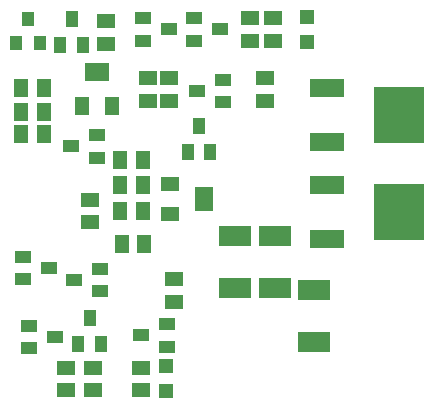
<source format=gtp>
G04 EAGLE Gerber RS-274X export*
G75*
%MOMM*%
%FSLAX34Y34*%
%LPD*%
%INSolderpaste Top*%
%IPPOS*%
%AMOC8*
5,1,8,0,0,1.08239X$1,22.5*%
G01*
%ADD10R,1.300000X1.500000*%
%ADD11R,1.000000X1.200000*%
%ADD12R,1.200000X1.200000*%
%ADD13R,1.400000X1.000000*%
%ADD14R,1.000000X1.400000*%
%ADD15R,1.500000X1.300000*%
%ADD16R,1.600000X1.300000*%
%ADD17R,1.600000X2.000000*%
%ADD18R,2.700000X1.800000*%
%ADD19R,1.300000X1.600000*%
%ADD20R,2.000000X1.600000*%
%ADD21R,3.000000X1.600000*%
%ADD22R,4.191000X4.826000*%


D10*
X26060Y252730D03*
X45060Y252730D03*
X128880Y187960D03*
X109880Y187960D03*
X111150Y160020D03*
X130150Y160020D03*
D11*
X31750Y350360D03*
X21750Y330360D03*
X41750Y330360D03*
D12*
X267970Y352130D03*
X267970Y331130D03*
X148590Y35220D03*
X148590Y56220D03*
D13*
X70280Y129540D03*
X92280Y139040D03*
X92280Y120040D03*
X67740Y242570D03*
X89740Y252070D03*
X89740Y233070D03*
D14*
X68580Y350090D03*
X78080Y328090D03*
X59080Y328090D03*
D13*
X150700Y341630D03*
X128700Y332130D03*
X128700Y351130D03*
X193880Y341630D03*
X171880Y332130D03*
X171880Y351130D03*
X174420Y289560D03*
X196420Y299060D03*
X196420Y280060D03*
X127430Y82550D03*
X149430Y92050D03*
X149430Y73050D03*
D10*
X26060Y271780D03*
X45060Y271780D03*
D15*
X86360Y36220D03*
X86360Y55220D03*
X133350Y281330D03*
X133350Y300330D03*
X219710Y332130D03*
X219710Y351130D03*
X151130Y281330D03*
X151130Y300330D03*
D16*
X151870Y210820D03*
D17*
X180870Y198120D03*
D16*
X151870Y185420D03*
D15*
X232410Y281330D03*
X232410Y300330D03*
X154940Y111150D03*
X154940Y130150D03*
D18*
X206600Y122780D03*
X206600Y166780D03*
X240890Y166780D03*
X240890Y122780D03*
X273910Y121060D03*
X273910Y77060D03*
D15*
X238760Y332130D03*
X238760Y351130D03*
X127000Y55220D03*
X127000Y36220D03*
X83820Y197460D03*
X83820Y178460D03*
D10*
X26060Y292100D03*
X45060Y292100D03*
D15*
X97790Y329590D03*
X97790Y348590D03*
D10*
X128880Y209550D03*
X109880Y209550D03*
X109880Y231140D03*
X128880Y231140D03*
D19*
X77470Y276330D03*
D20*
X90170Y305330D03*
D19*
X102870Y276330D03*
D15*
X63500Y36220D03*
X63500Y55220D03*
D13*
X49100Y139700D03*
X27100Y130200D03*
X27100Y149200D03*
X54180Y81280D03*
X32180Y71780D03*
X32180Y90780D03*
D14*
X83820Y97360D03*
X93320Y75360D03*
X74320Y75360D03*
X176530Y259920D03*
X186030Y237920D03*
X167030Y237920D03*
D21*
X284600Y292040D03*
X284600Y246440D03*
D22*
X345960Y269240D03*
D21*
X284600Y209490D03*
X284600Y163890D03*
D22*
X345960Y186690D03*
M02*

</source>
